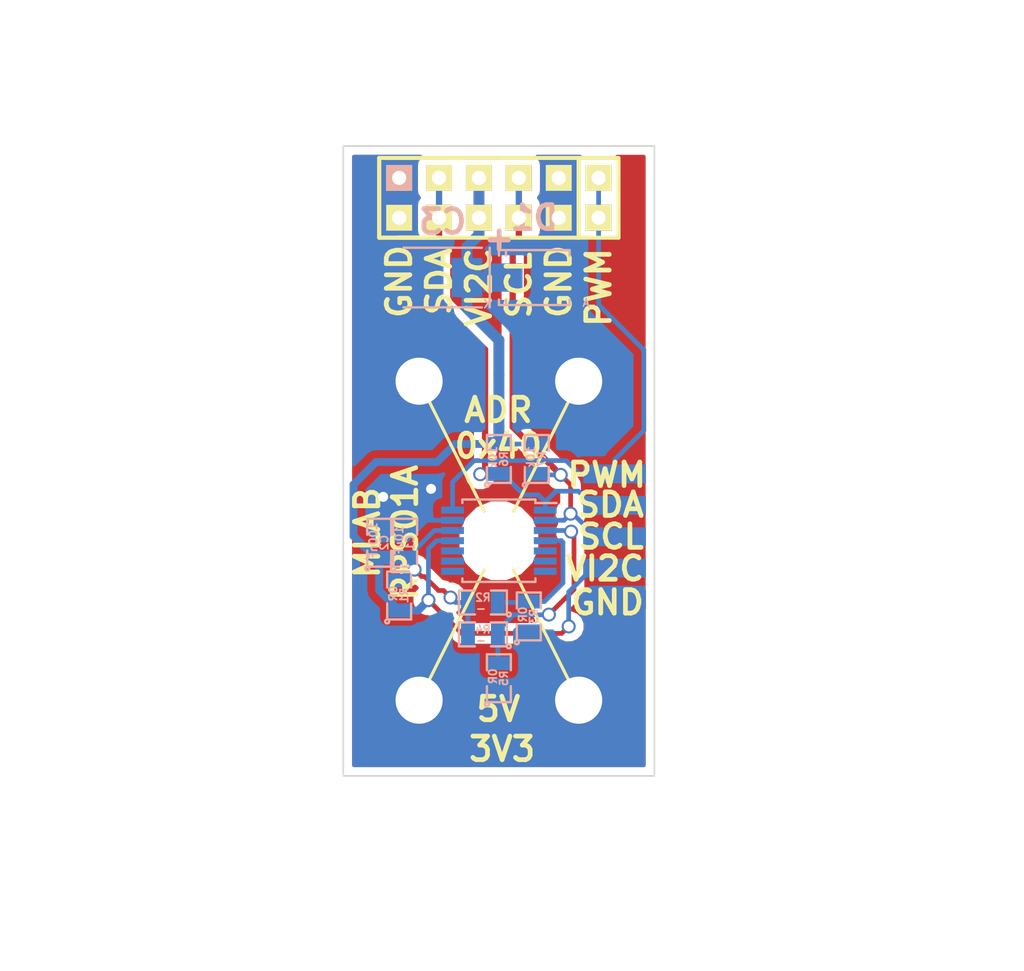
<source format=kicad_pcb>
(kicad_pcb (version 20170123) (host pcbnew "(2017-02-05 revision 431abcf)-makepkg")

  (general
    (links 43)
    (no_connects 0)
    (area 103.03 65.818 168.471429 130.365001)
    (thickness 1.6)
    (drawings 32)
    (tracks 134)
    (zones 0)
    (modules 19)
    (nets 9)
  )

  (page A4)
  (title_block
    (title "Rotational Position Sensor")
    (rev 01A)
    (company MLAB.cz)
  )

  (layers
    (0 F.Cu signal)
    (31 B.Cu signal)
    (32 B.Adhes user)
    (33 F.Adhes user)
    (34 B.Paste user)
    (35 F.Paste user)
    (36 B.SilkS user)
    (37 F.SilkS user)
    (38 B.Mask user)
    (39 F.Mask user)
    (40 Dwgs.User user)
    (41 Cmts.User user)
    (42 Eco1.User user)
    (43 Eco2.User user)
    (44 Edge.Cuts user)
    (45 Margin user)
    (46 B.CrtYd user)
    (47 F.CrtYd user)
    (48 B.Fab user)
    (49 F.Fab user)
  )

  (setup
    (last_trace_width 0.3)
    (user_trace_width 0.3)
    (user_trace_width 0.4)
    (user_trace_width 0.5)
    (user_trace_width 0.6)
    (user_trace_width 0.7)
    (trace_clearance 0.254)
    (zone_clearance 0.508)
    (zone_45_only no)
    (trace_min 0.254)
    (segment_width 0.2)
    (edge_width 0.1)
    (via_size 0.889)
    (via_drill 0.635)
    (via_min_size 0.889)
    (via_min_drill 0.508)
    (uvia_size 0.508)
    (uvia_drill 0.127)
    (uvias_allowed no)
    (uvia_min_size 0.508)
    (uvia_min_drill 0.127)
    (pcb_text_width 0.3)
    (pcb_text_size 1.5 1.5)
    (mod_edge_width 0.15)
    (mod_text_size 1 1)
    (mod_text_width 0.15)
    (pad_size 6 6)
    (pad_drill 6)
    (pad_to_mask_clearance 0.2)
    (solder_mask_min_width 0.2)
    (aux_axis_origin 0 0)
    (visible_elements 7FFFFF7F)
    (pcbplotparams
      (layerselection 0x010e0_ffffffff)
      (usegerberextensions false)
      (excludeedgelayer true)
      (linewidth 0.100000)
      (plotframeref false)
      (viasonmask false)
      (mode 1)
      (useauxorigin false)
      (hpglpennumber 1)
      (hpglpenspeed 20)
      (hpglpendiameter 15)
      (psnegative false)
      (psa4output false)
      (plotreference true)
      (plotvalue true)
      (plotinvisibletext false)
      (padsonsilk false)
      (subtractmaskfromsilk false)
      (outputformat 1)
      (mirror false)
      (drillshape 0)
      (scaleselection 1)
      (outputdirectory ../CAM_PROFI/))
  )

  (net 0 "")
  (net 1 GND)
  (net 2 VDD)
  (net 3 /SCL)
  (net 4 /SDA)
  (net 5 /PWM)
  (net 6 /A2)
  (net 7 /A1)
  (net 8 /VDD3V)

  (net_class Default "Toto je výchozí třída sítě."
    (clearance 0.254)
    (trace_width 0.3)
    (via_dia 0.889)
    (via_drill 0.635)
    (uvia_dia 0.508)
    (uvia_drill 0.127)
    (add_net /A1)
    (add_net /A2)
    (add_net /PWM)
    (add_net /SCL)
    (add_net /SDA)
    (add_net /VDD3V)
  )

  (net_class Power ""
    (clearance 0.254)
    (trace_width 0.5)
    (via_dia 0.889)
    (via_drill 0.635)
    (uvia_dia 0.508)
    (uvia_drill 0.127)
    (add_net GND)
    (add_net VDD)
  )

  (module Housings_SSOP:TSSOP-14_4.4x5mm_Pitch0.65mm (layer B.Cu) (tedit 55D1E9F8) (tstamp 55125207)
    (at 135.16 99.76 180)
    (descr "14-Lead Plastic Thin Shrink Small Outline (ST)-4.4 mm Body [TSSOP] (see Microchip Packaging Specification 00000049BS.pdf)")
    (tags "SSOP 0.65")
    (path /547DEEB9)
    (attr smd)
    (fp_text reference U1 (at 0 0 180) (layer B.SilkS)
      (effects (font (size 1 1) (thickness 0.15)) (justify mirror))
    )
    (fp_text value AS5048B (at -0.381 -0.127 270) (layer B.SilkS) hide
      (effects (font (size 1 1) (thickness 0.15)) (justify mirror))
    )
    (fp_line (start -3.95 2.8) (end -3.95 -2.8) (layer B.CrtYd) (width 0.05))
    (fp_line (start 3.95 2.8) (end 3.95 -2.8) (layer B.CrtYd) (width 0.05))
    (fp_line (start -3.95 2.8) (end 3.95 2.8) (layer B.CrtYd) (width 0.05))
    (fp_line (start -3.95 -2.8) (end 3.95 -2.8) (layer B.CrtYd) (width 0.05))
    (fp_line (start -2.325 2.625) (end -2.325 2.4) (layer B.SilkS) (width 0.15))
    (fp_line (start 2.325 2.625) (end 2.325 2.4) (layer B.SilkS) (width 0.15))
    (fp_line (start 2.325 -2.625) (end 2.325 -2.4) (layer B.SilkS) (width 0.15))
    (fp_line (start -2.325 -2.625) (end -2.325 -2.4) (layer B.SilkS) (width 0.15))
    (fp_line (start -2.325 2.625) (end 2.325 2.625) (layer B.SilkS) (width 0.15))
    (fp_line (start -2.325 -2.625) (end 2.325 -2.625) (layer B.SilkS) (width 0.15))
    (fp_line (start -2.325 2.4) (end -3.675 2.4) (layer B.SilkS) (width 0.15))
    (pad 1 smd rect (at -2.95 1.95 180) (size 1.45 0.45) (layers B.Cu B.Paste B.Mask)
      (net 4 /SDA))
    (pad 2 smd rect (at -2.95 1.3 180) (size 1.45 0.45) (layers B.Cu B.Paste B.Mask)
      (net 3 /SCL))
    (pad 3 smd rect (at -2.95 0.65 180) (size 1.45 0.45) (layers B.Cu B.Paste B.Mask)
      (net 6 /A2))
    (pad 4 smd rect (at -2.95 0 180) (size 1.45 0.45) (layers B.Cu B.Paste B.Mask)
      (net 7 /A1))
    (pad 5 smd rect (at -2.95 -0.65 180) (size 1.45 0.45) (layers B.Cu B.Paste B.Mask))
    (pad 6 smd rect (at -2.95 -1.3 180) (size 1.45 0.45) (layers B.Cu B.Paste B.Mask))
    (pad 7 smd rect (at -2.95 -1.95 180) (size 1.45 0.45) (layers B.Cu B.Paste B.Mask))
    (pad 8 smd rect (at 2.95 -1.95 180) (size 1.45 0.45) (layers B.Cu B.Paste B.Mask))
    (pad 9 smd rect (at 2.95 -1.3 180) (size 1.45 0.45) (layers B.Cu B.Paste B.Mask))
    (pad 10 smd rect (at 2.95 -0.65 180) (size 1.45 0.45) (layers B.Cu B.Paste B.Mask))
    (pad 11 smd rect (at 2.95 0 180) (size 1.45 0.45) (layers B.Cu B.Paste B.Mask)
      (net 2 VDD))
    (pad 12 smd rect (at 2.95 0.65 180) (size 1.45 0.45) (layers B.Cu B.Paste B.Mask)
      (net 8 /VDD3V))
    (pad 13 smd rect (at 2.95 1.3 180) (size 1.45 0.45) (layers B.Cu B.Paste B.Mask)
      (net 1 GND))
    (pad 14 smd rect (at 2.95 1.95 180) (size 1.45 0.45) (layers B.Cu B.Paste B.Mask)
      (net 5 /PWM))
    (pad "" np_thru_hole circle (at 0 0 180) (size 4 4) (drill 4) (layers *.Cu F.Mask))
    (model Housings_SSOP/TSSOP-14_4.4x5mm_Pitch0.65mm.wrl
      (at (xyz 0 0 0))
      (scale (xyz 1 1 1))
      (rotate (xyz 0 0 0))
    )
  )

  (module MLAB_R:SMD-0805 (layer B.Cu) (tedit 54799E0C) (tstamp 547EC927)
    (at 129.191 99.887 90)
    (path /547DF05B)
    (attr smd)
    (fp_text reference C1 (at 0 0.3175 90) (layer B.SilkS)
      (effects (font (size 0.50038 0.50038) (thickness 0.10922)) (justify mirror))
    )
    (fp_text value 10uF (at 0.127 -0.381 90) (layer B.SilkS)
      (effects (font (size 0.50038 0.50038) (thickness 0.10922)) (justify mirror))
    )
    (fp_circle (center -1.651 -0.762) (end -1.651 -0.635) (layer B.SilkS) (width 0.15))
    (fp_line (start -0.508 -0.762) (end -1.524 -0.762) (layer B.SilkS) (width 0.15))
    (fp_line (start -1.524 -0.762) (end -1.524 0.762) (layer B.SilkS) (width 0.15))
    (fp_line (start -1.524 0.762) (end -0.508 0.762) (layer B.SilkS) (width 0.15))
    (fp_line (start 0.508 0.762) (end 1.524 0.762) (layer B.SilkS) (width 0.15))
    (fp_line (start 1.524 0.762) (end 1.524 -0.762) (layer B.SilkS) (width 0.15))
    (fp_line (start 1.524 -0.762) (end 0.508 -0.762) (layer B.SilkS) (width 0.15))
    (pad 1 smd rect (at -0.9525 0 90) (size 0.889 1.397) (layers B.Cu B.Paste B.Mask)
      (net 8 /VDD3V))
    (pad 2 smd rect (at 0.9525 0 90) (size 0.889 1.397) (layers B.Cu B.Paste B.Mask)
      (net 1 GND))
    (model MLAB_3D/Resistors/chip_cms.wrl
      (at (xyz 0 0 0))
      (scale (xyz 0.1 0.1 0.1))
      (rotate (xyz 0 0 0))
    )
  )

  (module MLAB_R:SMD-0805 (layer B.Cu) (tedit 54799E0C) (tstamp 547EC934)
    (at 127.54 99.887 90)
    (path /547DEF58)
    (attr smd)
    (fp_text reference C2 (at 0 0.3175 90) (layer B.SilkS)
      (effects (font (size 0.50038 0.50038) (thickness 0.10922)) (justify mirror))
    )
    (fp_text value 100nF (at 0.127 -0.381 90) (layer B.SilkS)
      (effects (font (size 0.50038 0.50038) (thickness 0.10922)) (justify mirror))
    )
    (fp_circle (center -1.651 -0.762) (end -1.651 -0.635) (layer B.SilkS) (width 0.15))
    (fp_line (start -0.508 -0.762) (end -1.524 -0.762) (layer B.SilkS) (width 0.15))
    (fp_line (start -1.524 -0.762) (end -1.524 0.762) (layer B.SilkS) (width 0.15))
    (fp_line (start -1.524 0.762) (end -0.508 0.762) (layer B.SilkS) (width 0.15))
    (fp_line (start 0.508 0.762) (end 1.524 0.762) (layer B.SilkS) (width 0.15))
    (fp_line (start 1.524 0.762) (end 1.524 -0.762) (layer B.SilkS) (width 0.15))
    (fp_line (start 1.524 -0.762) (end 0.508 -0.762) (layer B.SilkS) (width 0.15))
    (pad 1 smd rect (at -0.9525 0 90) (size 0.889 1.397) (layers B.Cu B.Paste B.Mask)
      (net 2 VDD))
    (pad 2 smd rect (at 0.9525 0 90) (size 0.889 1.397) (layers B.Cu B.Paste B.Mask)
      (net 1 GND))
    (model MLAB_3D/Resistors/chip_cms.wrl
      (at (xyz 0 0 0))
      (scale (xyz 0.1 0.1 0.1))
      (rotate (xyz 0 0 0))
    )
  )

  (module Hrebinky:Pin_Header_Straight_2x05 placed (layer F.Cu) (tedit 55125659) (tstamp 547EC957)
    (at 133.89 77.916 180)
    (descr "1 pin")
    (tags "CONN DEV")
    (path /547DF2B1)
    (fp_text reference J1 (at 0 -3.81 180) (layer F.SilkS) hide
      (effects (font (size 1.27 1.27) (thickness 0.2032)))
    )
    (fp_text value JUMP_5X2 (at 1.27 0 180) (layer F.SilkS) hide
      (effects (font (size 1.27 1.27) (thickness 0.2032)))
    )
    (fp_line (start -3.81 -2.54) (end -2.54 -2.54) (layer F.SilkS) (width 0.254))
    (fp_line (start -6.35 -2.54) (end -3.81 -2.54) (layer F.SilkS) (width 0.254))
    (fp_line (start 6.35 2.54) (end 6.35 -2.54) (layer F.SilkS) (width 0.254))
    (fp_line (start 3.81 -2.54) (end 6.35 -2.54) (layer F.SilkS) (width 0.254))
    (fp_line (start 3.81 2.54) (end 6.35 2.54) (layer F.SilkS) (width 0.254))
    (fp_line (start 3.81 2.54) (end 6.35 2.54) (layer F.SilkS) (width 0.254))
    (fp_line (start 3.81 -2.54) (end 6.35 -2.54) (layer F.SilkS) (width 0.254))
    (fp_line (start 6.35 2.54) (end 6.35 -2.54) (layer F.SilkS) (width 0.254))
    (fp_line (start 2.54 -2.54) (end 5.08 -2.54) (layer F.SilkS) (width 0.254))
    (fp_line (start -1.27 2.54) (end 1.27 2.54) (layer F.SilkS) (width 0.254))
    (fp_line (start -1.27 2.54) (end 1.27 2.54) (layer F.SilkS) (width 0.254))
    (fp_line (start 2.54 -2.54) (end 5.08 -2.54) (layer F.SilkS) (width 0.254))
    (fp_line (start 2.54 -2.54) (end 5.08 -2.54) (layer F.SilkS) (width 0.254))
    (fp_line (start 1.27 2.54) (end 3.81 2.54) (layer F.SilkS) (width 0.254))
    (fp_line (start 1.27 2.54) (end 3.81 2.54) (layer F.SilkS) (width 0.254))
    (fp_line (start 2.54 -2.54) (end 5.08 -2.54) (layer F.SilkS) (width 0.254))
    (fp_line (start -6.35 2.54) (end 1.27 2.54) (layer F.SilkS) (width 0.254))
    (fp_line (start 5.08 -2.54) (end 0 -2.54) (layer F.SilkS) (width 0.254))
    (fp_line (start -6.35 2.54) (end -6.35 0) (layer F.SilkS) (width 0.254))
    (fp_line (start -6.35 -2.54) (end -6.35 0) (layer F.SilkS) (width 0.254))
    (fp_line (start 0 -2.54) (end -2.54 -2.54) (layer F.SilkS) (width 0.254))
    (pad 9 thru_hole rect (at -2.54 -1.27 180) (size 1.651 1.651) (drill 0.9) (layers *.Cu *.Mask F.SilkS)
      (net 3 /SCL))
    (pad 5 thru_hole rect (at 5.08 1.27 180) (size 1.651 1.651) (drill 0.9) (layers *.Cu *.SilkS *.Mask)
      (net 1 GND))
    (pad 3 thru_hole rect (at 0 1.27 180) (size 1.651 1.651) (drill 0.9) (layers *.Cu *.Mask F.SilkS)
      (net 2 VDD))
    (pad 6 thru_hole rect (at 5.08 -1.27 180) (size 1.651 1.651) (drill 0.9) (layers *.Cu *.Mask F.SilkS)
      (net 1 GND))
    (pad 1 thru_hole rect (at -5.08 1.27 180) (size 1.651 1.651) (drill 0.9) (layers *.Cu *.Mask F.SilkS)
      (net 1 GND))
    (pad 2 thru_hole rect (at -2.54 1.27 180) (size 1.651 1.651) (drill 0.9) (layers *.Cu *.Mask F.SilkS)
      (net 3 /SCL))
    (pad 4 thru_hole rect (at 2.54 1.27 180) (size 1.651 1.651) (drill 0.9) (layers *.Cu *.Mask F.SilkS)
      (net 4 /SDA))
    (pad 10 thru_hole rect (at -5.08 -1.27 180) (size 1.651 1.651) (drill 0.9) (layers *.Cu *.Mask F.SilkS)
      (net 1 GND))
    (pad 7 thru_hole rect (at 2.54 -1.27 180) (size 1.651 1.651) (drill 0.9) (layers *.Cu *.Mask F.SilkS)
      (net 4 /SDA))
    (pad 8 thru_hole rect (at 0 -1.27 180) (size 1.651 1.651) (drill 0.9) (layers *.Cu *.Mask F.SilkS)
      (net 2 VDD))
    (model Pin_Headers/Pin_Header_Straight_2x03.wrl
      (at (xyz 0 0 0))
      (scale (xyz 1 1 1))
      (rotate (xyz 0 0 0))
    )
    (model Pin_Headers/Pin_Header_Straight_2x05.wrl
      (at (xyz 0 0 0))
      (scale (xyz 1 1 1))
      (rotate (xyz 0 0 0))
    )
  )

  (module Hrebinky:Pin_Header_Straight_2x01 placed (layer F.Cu) (tedit 55125655) (tstamp 547EC961)
    (at 141.51 77.916)
    (descr "1 pin")
    (tags "CONN DEV")
    (path /547DF44F)
    (fp_text reference J2 (at 0 -3.81) (layer F.SilkS) hide
      (effects (font (size 1.27 1.27) (thickness 0.2032)))
    )
    (fp_text value JUMP_2x1 (at 0 0) (layer F.SilkS) hide
      (effects (font (size 1.27 1.27) (thickness 0.2032)))
    )
    (fp_line (start -1.27 -2.54) (end 1.27 -2.54) (layer F.SilkS) (width 0.254))
    (fp_line (start 1.27 -2.54) (end 1.27 2.54) (layer F.SilkS) (width 0.254))
    (fp_line (start 1.27 2.54) (end -1.27 2.54) (layer F.SilkS) (width 0.254))
    (fp_line (start -1.27 2.54) (end -1.27 -2.54) (layer F.SilkS) (width 0.254))
    (pad 2 thru_hole rect (at 0 1.27) (size 1.651 1.651) (drill 0.9) (layers *.Cu *.Mask F.SilkS)
      (net 5 /PWM))
    (pad 1 thru_hole rect (at 0 -1.27) (size 1.651 1.651) (drill 0.9) (layers *.Cu *.Mask F.SilkS)
      (net 5 /PWM))
    (model Pin_Headers/Pin_Header_Straight_2x01.wrl
      (at (xyz 0 0 0))
      (scale (xyz 1 1 1))
      (rotate (xyz 0 0 0))
    )
  )

  (module Dira:MountingHole_3mm placed (layer F.Cu) (tedit 55126217) (tstamp 547EC977)
    (at 130.08 109.92)
    (descr "Mounting hole, Befestigungsbohrung, 3mm, No Annular, Kein Restring,")
    (tags "Mounting hole, Befestigungsbohrung, 3mm, No Annular, Kein Restring,")
    (path /547E0CBD)
    (fp_text reference P1 (at 0.1778 -0.0762) (layer F.SilkS) hide
      (effects (font (thickness 0.3048)))
    )
    (fp_text value _ (at 1.00076 5.00126) (layer F.SilkS) hide
      (effects (font (thickness 0.3048)))
    )
    (fp_circle (center 0 0) (end 2.99974 0) (layer Cmts.User) (width 0.381))
    (pad 1 thru_hole circle (at 0 0) (size 6 6) (drill 3) (layers *.Cu *.Adhes *.Mask)
      (net 1 GND) (clearance 1) (zone_connect 2))
  )

  (module Dira:MountingHole_3mm placed (layer F.Cu) (tedit 5512621C) (tstamp 547EC97D)
    (at 140.24 109.92)
    (descr "Mounting hole, Befestigungsbohrung, 3mm, No Annular, Kein Restring,")
    (tags "Mounting hole, Befestigungsbohrung, 3mm, No Annular, Kein Restring,")
    (path /547E0EDE)
    (fp_text reference P2 (at 0.1778 -0.0762) (layer F.SilkS) hide
      (effects (font (thickness 0.3048)))
    )
    (fp_text value _ (at 1.00076 5.00126) (layer F.SilkS) hide
      (effects (font (thickness 0.3048)))
    )
    (fp_circle (center 0 0) (end 2.99974 0) (layer Cmts.User) (width 0.381))
    (pad 1 thru_hole circle (at 0 0) (size 6 6) (drill 3) (layers *.Cu *.Adhes *.Mask)
      (net 1 GND) (clearance 1) (zone_connect 2))
  )

  (module Dira:MountingHole_3mm placed (layer F.Cu) (tedit 55126201) (tstamp 547EC983)
    (at 140.24 89.6)
    (descr "Mounting hole, Befestigungsbohrung, 3mm, No Annular, Kein Restring,")
    (tags "Mounting hole, Befestigungsbohrung, 3mm, No Annular, Kein Restring,")
    (path /547E0F11)
    (fp_text reference P3 (at 0.1778 -0.0762) (layer F.SilkS) hide
      (effects (font (thickness 0.3048)))
    )
    (fp_text value _ (at 1.00076 5.00126) (layer F.SilkS) hide
      (effects (font (thickness 0.3048)))
    )
    (fp_circle (center 0 0) (end 2.99974 0) (layer Cmts.User) (width 0.381))
    (pad 1 thru_hole circle (at 0 0) (size 6 6) (drill 3) (layers *.Cu *.Adhes *.Mask)
      (net 1 GND) (clearance 1) (zone_connect 2))
  )

  (module Dira:MountingHole_3mm placed (layer F.Cu) (tedit 551261F5) (tstamp 547EC989)
    (at 130.08 89.6)
    (descr "Mounting hole, Befestigungsbohrung, 3mm, No Annular, Kein Restring,")
    (tags "Mounting hole, Befestigungsbohrung, 3mm, No Annular, Kein Restring,")
    (path /547E0F45)
    (fp_text reference P4 (at 0.1778 -0.0762) (layer F.SilkS) hide
      (effects (font (thickness 0.3048)))
    )
    (fp_text value _ (at 1.00076 5.00126) (layer F.SilkS) hide
      (effects (font (thickness 0.3048)))
    )
    (fp_circle (center 0 0) (end 2.99974 0) (layer Cmts.User) (width 0.381))
    (pad 1 thru_hole circle (at 0 0) (size 6 6) (drill 3) (layers *.Cu *.Adhes *.Mask)
      (net 1 GND) (clearance 1) (zone_connect 2))
  )

  (module MLAB_R:SMD-0805 (layer B.Cu) (tedit 54799E0C) (tstamp 547EC996)
    (at 128.81 103.2525 90)
    (path /547DF170)
    (attr smd)
    (fp_text reference R1 (at 0 0.3175 90) (layer B.SilkS)
      (effects (font (size 0.50038 0.50038) (thickness 0.10922)) (justify mirror))
    )
    (fp_text value 0R (at 0.127 -0.381 90) (layer B.SilkS)
      (effects (font (size 0.50038 0.50038) (thickness 0.10922)) (justify mirror))
    )
    (fp_circle (center -1.651 -0.762) (end -1.651 -0.635) (layer B.SilkS) (width 0.15))
    (fp_line (start -0.508 -0.762) (end -1.524 -0.762) (layer B.SilkS) (width 0.15))
    (fp_line (start -1.524 -0.762) (end -1.524 0.762) (layer B.SilkS) (width 0.15))
    (fp_line (start -1.524 0.762) (end -0.508 0.762) (layer B.SilkS) (width 0.15))
    (fp_line (start 0.508 0.762) (end 1.524 0.762) (layer B.SilkS) (width 0.15))
    (fp_line (start 1.524 0.762) (end 1.524 -0.762) (layer B.SilkS) (width 0.15))
    (fp_line (start 1.524 -0.762) (end 0.508 -0.762) (layer B.SilkS) (width 0.15))
    (pad 1 smd rect (at -0.9525 0 90) (size 0.889 1.397) (layers B.Cu B.Paste B.Mask)
      (net 2 VDD))
    (pad 2 smd rect (at 0.9525 0 90) (size 0.889 1.397) (layers B.Cu B.Paste B.Mask)
      (net 8 /VDD3V))
    (model MLAB_3D/Resistors/chip_cms.wrl
      (at (xyz 0 0 0))
      (scale (xyz 0.1 0.1 0.1))
      (rotate (xyz 0 0 0))
    )
  )

  (module MLAB_R:SMD-0805 (layer B.Cu) (tedit 54799E0C) (tstamp 547EC9A3)
    (at 134.144 103.697 180)
    (path /547DF9D0)
    (attr smd)
    (fp_text reference R2 (at 0 0.3175 180) (layer B.SilkS)
      (effects (font (size 0.50038 0.50038) (thickness 0.10922)) (justify mirror))
    )
    (fp_text value - (at 0.127 -0.381 180) (layer B.SilkS)
      (effects (font (size 0.50038 0.50038) (thickness 0.10922)) (justify mirror))
    )
    (fp_circle (center -1.651 -0.762) (end -1.651 -0.635) (layer B.SilkS) (width 0.15))
    (fp_line (start -0.508 -0.762) (end -1.524 -0.762) (layer B.SilkS) (width 0.15))
    (fp_line (start -1.524 -0.762) (end -1.524 0.762) (layer B.SilkS) (width 0.15))
    (fp_line (start -1.524 0.762) (end -0.508 0.762) (layer B.SilkS) (width 0.15))
    (fp_line (start 0.508 0.762) (end 1.524 0.762) (layer B.SilkS) (width 0.15))
    (fp_line (start 1.524 0.762) (end 1.524 -0.762) (layer B.SilkS) (width 0.15))
    (fp_line (start 1.524 -0.762) (end 0.508 -0.762) (layer B.SilkS) (width 0.15))
    (pad 1 smd rect (at -0.9525 0 180) (size 0.889 1.397) (layers B.Cu B.Paste B.Mask)
      (net 7 /A1))
    (pad 2 smd rect (at 0.9525 0 180) (size 0.889 1.397) (layers B.Cu B.Paste B.Mask)
      (net 8 /VDD3V))
    (model MLAB_3D/Resistors/chip_cms.wrl
      (at (xyz 0 0 0))
      (scale (xyz 0.1 0.1 0.1))
      (rotate (xyz 0 0 0))
    )
  )

  (module MLAB_R:SMD-0805 (layer B.Cu) (tedit 54799E0C) (tstamp 547EC9B0)
    (at 137.065 104.586 90)
    (path /547DF9FA)
    (attr smd)
    (fp_text reference R3 (at 0 0.3175 90) (layer B.SilkS)
      (effects (font (size 0.50038 0.50038) (thickness 0.10922)) (justify mirror))
    )
    (fp_text value 0R (at 0.127 -0.381 90) (layer B.SilkS)
      (effects (font (size 0.50038 0.50038) (thickness 0.10922)) (justify mirror))
    )
    (fp_circle (center -1.651 -0.762) (end -1.651 -0.635) (layer B.SilkS) (width 0.15))
    (fp_line (start -0.508 -0.762) (end -1.524 -0.762) (layer B.SilkS) (width 0.15))
    (fp_line (start -1.524 -0.762) (end -1.524 0.762) (layer B.SilkS) (width 0.15))
    (fp_line (start -1.524 0.762) (end -0.508 0.762) (layer B.SilkS) (width 0.15))
    (fp_line (start 0.508 0.762) (end 1.524 0.762) (layer B.SilkS) (width 0.15))
    (fp_line (start 1.524 0.762) (end 1.524 -0.762) (layer B.SilkS) (width 0.15))
    (fp_line (start 1.524 -0.762) (end 0.508 -0.762) (layer B.SilkS) (width 0.15))
    (pad 1 smd rect (at -0.9525 0 90) (size 0.889 1.397) (layers B.Cu B.Paste B.Mask)
      (net 1 GND))
    (pad 2 smd rect (at 0.9525 0 90) (size 0.889 1.397) (layers B.Cu B.Paste B.Mask)
      (net 7 /A1))
    (model MLAB_3D/Resistors/chip_cms.wrl
      (at (xyz 0 0 0))
      (scale (xyz 0.1 0.1 0.1))
      (rotate (xyz 0 0 0))
    )
  )

  (module MLAB_R:SMD-0805 (layer B.Cu) (tedit 54799E0C) (tstamp 547EC9BD)
    (at 134.144 105.729 180)
    (path /547DF710)
    (attr smd)
    (fp_text reference R4 (at 0 0.3175 180) (layer B.SilkS)
      (effects (font (size 0.50038 0.50038) (thickness 0.10922)) (justify mirror))
    )
    (fp_text value - (at 0.127 -0.381 180) (layer B.SilkS)
      (effects (font (size 0.50038 0.50038) (thickness 0.10922)) (justify mirror))
    )
    (fp_circle (center -1.651 -0.762) (end -1.651 -0.635) (layer B.SilkS) (width 0.15))
    (fp_line (start -0.508 -0.762) (end -1.524 -0.762) (layer B.SilkS) (width 0.15))
    (fp_line (start -1.524 -0.762) (end -1.524 0.762) (layer B.SilkS) (width 0.15))
    (fp_line (start -1.524 0.762) (end -0.508 0.762) (layer B.SilkS) (width 0.15))
    (fp_line (start 0.508 0.762) (end 1.524 0.762) (layer B.SilkS) (width 0.15))
    (fp_line (start 1.524 0.762) (end 1.524 -0.762) (layer B.SilkS) (width 0.15))
    (fp_line (start 1.524 -0.762) (end 0.508 -0.762) (layer B.SilkS) (width 0.15))
    (pad 1 smd rect (at -0.9525 0 180) (size 0.889 1.397) (layers B.Cu B.Paste B.Mask)
      (net 6 /A2))
    (pad 2 smd rect (at 0.9525 0 180) (size 0.889 1.397) (layers B.Cu B.Paste B.Mask)
      (net 8 /VDD3V))
    (model MLAB_3D/Resistors/chip_cms.wrl
      (at (xyz 0 0 0))
      (scale (xyz 0.1 0.1 0.1))
      (rotate (xyz 0 0 0))
    )
  )

  (module MLAB_R:SMD-0805 (layer B.Cu) (tedit 54799E0C) (tstamp 547EC9CA)
    (at 135.16 108.523 90)
    (path /547DFA35)
    (attr smd)
    (fp_text reference R5 (at 0 0.3175 90) (layer B.SilkS)
      (effects (font (size 0.50038 0.50038) (thickness 0.10922)) (justify mirror))
    )
    (fp_text value 0R (at 0.127 -0.381 90) (layer B.SilkS)
      (effects (font (size 0.50038 0.50038) (thickness 0.10922)) (justify mirror))
    )
    (fp_circle (center -1.651 -0.762) (end -1.651 -0.635) (layer B.SilkS) (width 0.15))
    (fp_line (start -0.508 -0.762) (end -1.524 -0.762) (layer B.SilkS) (width 0.15))
    (fp_line (start -1.524 -0.762) (end -1.524 0.762) (layer B.SilkS) (width 0.15))
    (fp_line (start -1.524 0.762) (end -0.508 0.762) (layer B.SilkS) (width 0.15))
    (fp_line (start 0.508 0.762) (end 1.524 0.762) (layer B.SilkS) (width 0.15))
    (fp_line (start 1.524 0.762) (end 1.524 -0.762) (layer B.SilkS) (width 0.15))
    (fp_line (start 1.524 -0.762) (end 0.508 -0.762) (layer B.SilkS) (width 0.15))
    (pad 1 smd rect (at -0.9525 0 90) (size 0.889 1.397) (layers B.Cu B.Paste B.Mask)
      (net 1 GND))
    (pad 2 smd rect (at 0.9525 0 90) (size 0.889 1.397) (layers B.Cu B.Paste B.Mask)
      (net 6 /A2))
    (model MLAB_3D/Resistors/chip_cms.wrl
      (at (xyz 0 0 0))
      (scale (xyz 0.1 0.1 0.1))
      (rotate (xyz 0 0 0))
    )
  )

  (module MLAB_R:SMD-0805 (layer B.Cu) (tedit 54799E0C) (tstamp 547ED178)
    (at 135.16 94.553 90)
    (path /547ED127)
    (attr smd)
    (fp_text reference R6 (at 0 0.3175 90) (layer B.SilkS)
      (effects (font (size 0.50038 0.50038) (thickness 0.10922)) (justify mirror))
    )
    (fp_text value 10k (at 0.127 -0.381 90) (layer B.SilkS)
      (effects (font (size 0.50038 0.50038) (thickness 0.10922)) (justify mirror))
    )
    (fp_circle (center -1.651 -0.762) (end -1.651 -0.635) (layer B.SilkS) (width 0.15))
    (fp_line (start -0.508 -0.762) (end -1.524 -0.762) (layer B.SilkS) (width 0.15))
    (fp_line (start -1.524 -0.762) (end -1.524 0.762) (layer B.SilkS) (width 0.15))
    (fp_line (start -1.524 0.762) (end -0.508 0.762) (layer B.SilkS) (width 0.15))
    (fp_line (start 0.508 0.762) (end 1.524 0.762) (layer B.SilkS) (width 0.15))
    (fp_line (start 1.524 0.762) (end 1.524 -0.762) (layer B.SilkS) (width 0.15))
    (fp_line (start 1.524 -0.762) (end 0.508 -0.762) (layer B.SilkS) (width 0.15))
    (pad 1 smd rect (at -0.9525 0 90) (size 0.889 1.397) (layers B.Cu B.Paste B.Mask)
      (net 4 /SDA))
    (pad 2 smd rect (at 0.9525 0 90) (size 0.889 1.397) (layers B.Cu B.Paste B.Mask)
      (net 2 VDD))
    (model MLAB_3D/Resistors/chip_cms.wrl
      (at (xyz 0 0 0))
      (scale (xyz 0.1 0.1 0.1))
      (rotate (xyz 0 0 0))
    )
  )

  (module MLAB_R:SMD-0805 (layer B.Cu) (tedit 54799E0C) (tstamp 547ED185)
    (at 137.573 94.553 90)
    (path /547ED1C7)
    (attr smd)
    (fp_text reference R7 (at 0 0.3175 90) (layer B.SilkS)
      (effects (font (size 0.50038 0.50038) (thickness 0.10922)) (justify mirror))
    )
    (fp_text value 10k (at 0.127 -0.381 90) (layer B.SilkS)
      (effects (font (size 0.50038 0.50038) (thickness 0.10922)) (justify mirror))
    )
    (fp_circle (center -1.651 -0.762) (end -1.651 -0.635) (layer B.SilkS) (width 0.15))
    (fp_line (start -0.508 -0.762) (end -1.524 -0.762) (layer B.SilkS) (width 0.15))
    (fp_line (start -1.524 -0.762) (end -1.524 0.762) (layer B.SilkS) (width 0.15))
    (fp_line (start -1.524 0.762) (end -0.508 0.762) (layer B.SilkS) (width 0.15))
    (fp_line (start 0.508 0.762) (end 1.524 0.762) (layer B.SilkS) (width 0.15))
    (fp_line (start 1.524 0.762) (end 1.524 -0.762) (layer B.SilkS) (width 0.15))
    (fp_line (start 1.524 -0.762) (end 0.508 -0.762) (layer B.SilkS) (width 0.15))
    (pad 1 smd rect (at -0.9525 0 90) (size 0.889 1.397) (layers B.Cu B.Paste B.Mask)
      (net 3 /SCL))
    (pad 2 smd rect (at 0.9525 0 90) (size 0.889 1.397) (layers B.Cu B.Paste B.Mask)
      (net 2 VDD))
    (model MLAB_3D/Resistors/chip_cms.wrl
      (at (xyz 0 0 0))
      (scale (xyz 0.1 0.1 0.1))
      (rotate (xyz 0 0 0))
    )
  )

  (module Hrebinky:SMD_JUMP1X5 (layer B.Cu) (tedit 5512564D) (tstamp 547ED707)
    (at 142.526 99.506 180)
    (path /547ED805)
    (fp_text reference J3 (at 14.859 3.81 180) (layer B.SilkS) hide
      (effects (font (size 1 1) (thickness 0.15)) (justify mirror))
    )
    (fp_text value JUMP_5X2 (at -0.127 6.477 180) (layer B.SilkS) hide
      (effects (font (size 1 1) (thickness 0.15)) (justify mirror))
    )
    (pad 1 smd rect (at 0 -4 180) (size 4 1.2) (layers B.Cu B.Paste B.Mask)
      (net 1 GND))
    (pad 2 smd rect (at 0 -2 180) (size 4 1.2) (layers B.Cu B.Paste B.Mask)
      (net 2 VDD))
    (pad 3 smd rect (at 0 0 180) (size 4 1.2) (layers B.Cu B.Paste B.Mask)
      (net 3 /SCL))
    (pad 4 smd rect (at 0 2 180) (size 4 1.2) (layers B.Cu B.Paste B.Mask)
      (net 4 /SDA))
    (pad 5 smd rect (at 0 4 180) (size 4 1.2) (layers B.Cu B.Paste B.Mask)
      (net 5 /PWM))
  )

  (module Mlab_C:TantalC_SizeB_Reflow (layer B.Cu) (tedit 54BBE393) (tstamp 55133735)
    (at 131.5786 82.996 180)
    (descr "Tantal Cap. , Size B, EIA-3528, Reflow,")
    (tags "Tantal Cap. , Size B, EIA-3528, Reflow,")
    (path /55133722)
    (attr smd)
    (fp_text reference C3 (at 0 3.556 180) (layer B.SilkS)
      (effects (font (thickness 0.3048)) (justify mirror))
    )
    (fp_text value 10uF (at 0 -3.556 180) (layer B.SilkS) hide
      (effects (font (thickness 0.3048)) (justify mirror))
    )
    (fp_text user + (at -3.59918 2.49936 180) (layer B.SilkS)
      (effects (font (thickness 0.3048)) (justify mirror))
    )
    (fp_line (start -2.99974 1.89992) (end -2.99974 -1.89992) (layer B.SilkS) (width 0.15))
    (fp_line (start 2.49936 1.89992) (end -2.49936 1.89992) (layer B.SilkS) (width 0.15))
    (fp_line (start 2.49682 -1.89992) (end -2.5019 -1.89992) (layer B.SilkS) (width 0.15))
    (fp_line (start -3.60172 3.00228) (end -3.60172 1.90246) (layer B.SilkS) (width 0.15))
    (fp_line (start -4.20116 2.5019) (end -3.00228 2.5019) (layer B.SilkS) (width 0.15))
    (pad 2 smd rect (at 1.5494 0 180) (size 1.95072 2.49936) (layers B.Cu B.Paste B.Mask)
      (net 1 GND))
    (pad 1 smd rect (at -1.5494 0 180) (size 1.95072 2.49936) (layers B.Cu B.Paste B.Mask)
      (net 2 VDD))
    (model MLAB_3D/Capacitors/c_tant_B.wrl
      (at (xyz 0 0 0))
      (scale (xyz 1 1 1))
      (rotate (xyz 0 0 0))
    )
  )

  (module Mlab_D:SMA_Standard (layer B.Cu) (tedit 54BBE0AF) (tstamp 55133746)
    (at 137.41298 82.996 180)
    (descr "Diode SMA")
    (tags "Diode SMA")
    (path /551338EE)
    (attr smd)
    (fp_text reference D1 (at 0 3.81 180) (layer B.SilkS)
      (effects (font (thickness 0.3048)) (justify mirror))
    )
    (fp_text value M4 (at 0 -3.81 180) (layer B.SilkS) hide
      (effects (font (thickness 0.3048)) (justify mirror))
    )
    (fp_text user A (at -3.29946 -1.6002 180) (layer B.SilkS)
      (effects (font (size 0.50038 0.50038) (thickness 0.09906)) (justify mirror))
    )
    (fp_text user K (at 2.99974 -1.69926 180) (layer B.SilkS)
      (effects (font (size 0.50038 0.50038) (thickness 0.09906)) (justify mirror))
    )
    (fp_circle (center 0 0) (end 0.20066 0.0508) (layer B.Adhes) (width 0.381))
    (fp_line (start 1.80086 -1.75006) (end 1.80086 -1.39954) (layer B.SilkS) (width 0.15))
    (fp_line (start 1.80086 1.75006) (end 1.80086 1.39954) (layer B.SilkS) (width 0.15))
    (fp_line (start 2.25044 -1.75006) (end 2.25044 -1.39954) (layer B.SilkS) (width 0.15))
    (fp_line (start -2.25044 -1.75006) (end -2.25044 -1.39954) (layer B.SilkS) (width 0.15))
    (fp_line (start -2.25044 1.75006) (end -2.25044 1.39954) (layer B.SilkS) (width 0.15))
    (fp_line (start 2.25044 1.75006) (end 2.25044 1.39954) (layer B.SilkS) (width 0.15))
    (fp_line (start -2.25044 -1.75006) (end 2.25044 -1.75006) (layer B.SilkS) (width 0.15))
    (fp_line (start -2.25044 1.75006) (end 2.25044 1.75006) (layer B.SilkS) (width 0.15))
    (pad 1 smd rect (at -1.99898 0 180) (size 2.49936 1.80086) (layers B.Cu B.Paste B.Mask)
      (net 1 GND))
    (pad 2 smd rect (at 1.99898 0 180) (size 2.49936 1.80086) (layers B.Cu B.Paste B.Mask)
      (net 2 VDD))
    (model MLAB_3D/Diodes/SMA.wrl
      (at (xyz 0 0 0))
      (scale (xyz 0.3937 0.3937 0.3937))
      (rotate (xyz 0 0 0))
    )
  )

  (gr_text ADR (at 135.128 91.44) (layer F.SilkS)
    (effects (font (size 1.5 1.5) (thickness 0.3)))
  )
  (gr_text 0x40 (at 135.128 93.726) (layer F.SilkS)
    (effects (font (size 1.5 1.5) (thickness 0.3)))
  )
  (gr_text 5V (at 135.128 110.49) (layer F.SilkS)
    (effects (font (size 1.5 1.5) (thickness 0.3)))
  )
  (gr_text 3V3 (at 133.096 113.03) (layer F.SilkS)
    (effects (font (size 1.5 1.5) (thickness 0.3)) (justify left))
  )
  (gr_text "4 x Hole for M3 screw.\nD = 3.2mm " (at 155 120) (layer Dwgs.User)
    (effects (font (size 1.5 1.5) (thickness 0.3)))
  )
  (dimension 10.16 (width 0.3) (layer Dwgs.User)
    (gr_text "10,160 mm" (at 137.7 128.97) (layer Dwgs.User) (tstamp 58D1655A)
      (effects (font (size 1.5 1.5) (thickness 0.3)))
    )
    (feature1 (pts (xy 140.24 109.92) (xy 140.24 129.13)))
    (feature2 (pts (xy 130.08 109.92) (xy 130.08 129.13)))
    (crossbar (pts (xy 130.08 126.43) (xy 140.24 126.43)))
    (arrow1a (pts (xy 140.24 126.43) (xy 139.113496 127.016421)))
    (arrow1b (pts (xy 140.24 126.43) (xy 139.113496 125.843579)))
    (arrow2a (pts (xy 130.08 126.43) (xy 131.206504 127.016421)))
    (arrow2b (pts (xy 130.08 126.43) (xy 131.206504 125.843579)))
  )
  (dimension 20.32 (width 0.3) (layer Dwgs.User)
    (gr_text "20,320 mm" (at 109.68 99.76 90) (layer Dwgs.User) (tstamp 58D1655B)
      (effects (font (size 1.5 1.5) (thickness 0.3)))
    )
    (feature1 (pts (xy 130.08 89.6) (xy 108.33 89.6)))
    (feature2 (pts (xy 130.08 109.92) (xy 108.33 109.92)))
    (crossbar (pts (xy 111.03 109.92) (xy 111.03 89.6)))
    (arrow1a (pts (xy 111.03 89.6) (xy 111.616421 90.726504)))
    (arrow1b (pts (xy 111.03 89.6) (xy 110.443579 90.726504)))
    (arrow2a (pts (xy 111.03 109.92) (xy 111.616421 108.793496)))
    (arrow2b (pts (xy 111.03 109.92) (xy 110.443579 108.793496)))
  )
  (dimension 10.16 (width 0.3) (layer Dwgs.User)
    (gr_text "10,160 mm" (at 117.38 102.3 90) (layer Dwgs.User) (tstamp 58D1655C)
      (effects (font (size 1.5 1.5) (thickness 0.3)))
    )
    (feature1 (pts (xy 130.08 99.76) (xy 118.49 99.76)))
    (feature2 (pts (xy 130.08 109.92) (xy 118.49 109.92)))
    (crossbar (pts (xy 121.19 109.92) (xy 121.19 99.76)))
    (arrow1a (pts (xy 121.19 99.76) (xy 121.776421 100.886504)))
    (arrow1b (pts (xy 121.19 99.76) (xy 120.603579 100.886504)))
    (arrow2a (pts (xy 121.19 109.92) (xy 121.776421 108.793496)))
    (arrow2b (pts (xy 121.19 109.92) (xy 120.603579 108.793496)))
  )
  (dimension 5.08 (width 0.3) (layer Dwgs.User)
    (gr_text "5,08 mm" (at 135.16 121.35) (layer Dwgs.User) (tstamp 58D1655D)
      (effects (font (size 1.5 1.5) (thickness 0.3)))
    )
    (feature1 (pts (xy 135.16 109.92) (xy 135.16 120.24)))
    (feature2 (pts (xy 130.08 109.92) (xy 130.08 120.24)))
    (crossbar (pts (xy 130.08 117.54) (xy 135.16 117.54)))
    (arrow1a (pts (xy 135.16 117.54) (xy 134.033496 118.126421)))
    (arrow1b (pts (xy 135.16 117.54) (xy 134.033496 116.953579)))
    (arrow2a (pts (xy 130.08 117.54) (xy 131.206504 118.126421)))
    (arrow2b (pts (xy 130.08 117.54) (xy 131.206504 116.953579)))
  )
  (dimension 19.812 (width 0.3) (layer Dwgs.User)
    (gr_text "19,812 mm" (at 135.16 67.168) (layer Dwgs.User) (tstamp 58D1655E)
      (effects (font (size 1.5 1.5) (thickness 0.3)))
    )
    (feature1 (pts (xy 145.066 74.614) (xy 145.066 65.818)))
    (feature2 (pts (xy 125.254 74.614) (xy 125.254 65.818)))
    (crossbar (pts (xy 125.254 68.518) (xy 145.066 68.518)))
    (arrow1a (pts (xy 145.066 68.518) (xy 143.939496 69.104421)))
    (arrow1b (pts (xy 145.066 68.518) (xy 143.939496 67.931579)))
    (arrow2a (pts (xy 125.254 68.518) (xy 126.380504 69.104421)))
    (arrow2b (pts (xy 125.254 68.518) (xy 126.380504 67.931579)))
  )
  (dimension 40.132 (width 0.3) (layer Dwgs.User)
    (gr_text "40,132 mm" (at 153.6804 94.68 90) (layer Dwgs.User) (tstamp 58D1655F)
      (effects (font (size 1.5 1.5) (thickness 0.3)))
    )
    (feature1 (pts (xy 145.066 74.614) (xy 155.0304 74.614)))
    (feature2 (pts (xy 145.066 114.746) (xy 155.0304 114.746)))
    (crossbar (pts (xy 152.3304 114.746) (xy 152.3304 74.614)))
    (arrow1a (pts (xy 152.3304 74.614) (xy 152.916821 75.740504)))
    (arrow1b (pts (xy 152.3304 74.614) (xy 151.743979 75.740504)))
    (arrow2a (pts (xy 152.3304 114.746) (xy 152.916821 113.619496)))
    (arrow2b (pts (xy 152.3304 114.746) (xy 151.743979 113.619496)))
  )
  (gr_text GND (at 138.97 83.25 90) (layer F.SilkS)
    (effects (font (size 1.5 1.5) (thickness 0.3)))
  )
  (gr_text GND (at 128.81 83.25 90) (layer F.SilkS)
    (effects (font (size 1.5 1.5) (thickness 0.3)))
  )
  (dimension 40.132 (width 0.3) (layer Dwgs.User)
    (gr_text "1,5800 v" (at 148.702 94.68 90) (layer Dwgs.User) (tstamp 58D16560)
      (effects (font (size 1.5 1.5) (thickness 0.3)))
    )
    (feature1 (pts (xy 145.066 74.614) (xy 150.052 74.614)))
    (feature2 (pts (xy 145.066 114.746) (xy 150.052 114.746)))
    (crossbar (pts (xy 147.352 114.746) (xy 147.352 74.614)))
    (arrow1a (pts (xy 147.352 74.614) (xy 147.938421 75.740504)))
    (arrow1b (pts (xy 147.352 74.614) (xy 146.765579 75.740504)))
    (arrow2a (pts (xy 147.352 114.746) (xy 147.938421 113.619496)))
    (arrow2b (pts (xy 147.352 114.746) (xy 146.765579 113.619496)))
  )
  (dimension 19.812 (width 0.3) (layer Dwgs.User)
    (gr_text "0,7800 v" (at 135.16 71.486) (layer Dwgs.User) (tstamp 58D16561)
      (effects (font (size 1.5 1.5) (thickness 0.3)))
    )
    (feature1 (pts (xy 145.066 74.614) (xy 145.066 70.136)))
    (feature2 (pts (xy 125.254 74.614) (xy 125.254 70.136)))
    (crossbar (pts (xy 125.254 72.836) (xy 145.066 72.836)))
    (arrow1a (pts (xy 145.066 72.836) (xy 143.939496 73.422421)))
    (arrow1b (pts (xy 145.066 72.836) (xy 143.939496 72.249579)))
    (arrow2a (pts (xy 125.254 72.836) (xy 126.380504 73.422421)))
    (arrow2b (pts (xy 125.254 72.836) (xy 126.380504 72.249579)))
  )
  (gr_text RPS01A (at 129.191 99.252 90) (layer F.SilkS)
    (effects (font (size 1.5 1.5) (thickness 0.3)))
  )
  (gr_text MLAB (at 126.778 99.252 90) (layer F.SilkS)
    (effects (font (size 1.5 1.5) (thickness 0.3)))
  )
  (gr_text PWM (at 141.51 80.964 90) (layer F.SilkS)
    (effects (font (size 1.5 1.5) (thickness 0.3)) (justify right))
  )
  (gr_text SDA (at 131.35 83.25 90) (layer F.SilkS)
    (effects (font (size 1.5 1.5) (thickness 0.3)))
  )
  (gr_text SCL (at 136.43 81.218 90) (layer F.SilkS)
    (effects (font (size 1.5 1.5) (thickness 0.3)) (justify right))
  )
  (gr_text VI2C (at 133.89 80.964 90) (layer F.SilkS)
    (effects (font (size 1.5 1.5) (thickness 0.3)) (justify right))
  )
  (gr_text GND (at 144.558 103.697) (layer F.SilkS)
    (effects (font (size 1.5 1.5) (thickness 0.3)) (justify right))
  )
  (gr_text VI2C (at 144.558 101.538) (layer F.SilkS) (tstamp 55126553)
    (effects (font (size 1.5 1.5) (thickness 0.3)) (justify right))
  )
  (gr_text SCL (at 144.558 99.506) (layer F.SilkS) (tstamp 55126569)
    (effects (font (size 1.5 1.5) (thickness 0.3)) (justify right))
  )
  (gr_text SDA (at 144.558 97.474) (layer F.SilkS)
    (effects (font (size 1.5 1.5) (thickness 0.3)) (justify right))
  )
  (gr_text PWM (at 144.685 95.569) (layer F.SilkS) (tstamp 55126350)
    (effects (font (size 1.5 1.5) (thickness 0.3)) (justify right))
  )
  (gr_line (start 130.08 109.92) (end 140.24 89.6) (layer F.SilkS) (width 0.2))
  (gr_line (start 140.113 109.666) (end 130.08 89.6) (layer F.SilkS) (width 0.2))
  (gr_line (start 125.256 114.744) (end 125.256 74.616) (angle 90) (layer Edge.Cuts) (width 0.1))
  (gr_line (start 125.256 74.616) (end 145.064 74.616) (angle 90) (layer Edge.Cuts) (width 0.1))
  (gr_line (start 145.064 74.616) (end 145.064 114.744) (angle 90) (layer Edge.Cuts) (width 0.1))
  (gr_line (start 125.256 114.744) (end 145.064 114.744) (angle 90) (layer Edge.Cuts) (width 0.1))

  (segment (start 130.397501 96.902509) (end 130.842 96.45801) (width 0.3) (layer B.Cu) (net 1))
  (segment (start 129.191 98.10901) (end 130.397501 96.902509) (width 0.3) (layer B.Cu) (net 1))
  (segment (start 129.191 98.19) (end 129.191 98.10901) (width 0.3) (layer B.Cu) (net 1))
  (via (at 130.842 96.45801) (size 0.889) (drill 0.635) (layers F.Cu B.Cu) (net 1))
  (segment (start 129.191 98.9345) (end 129.191 98.19) (width 0.3) (layer B.Cu) (net 1))
  (segment (start 127.967 96.966) (end 127.793996 96.966) (width 0.3) (layer B.Cu) (net 1))
  (segment (start 129.191 98.19) (end 127.967 96.966) (width 0.3) (layer B.Cu) (net 1))
  (via (at 127.793996 96.966) (size 0.889) (drill 0.635) (layers F.Cu B.Cu) (net 1))
  (segment (start 132.21 98.46) (end 129.6655 98.46) (width 0.3) (layer B.Cu) (net 1))
  (segment (start 129.6655 98.46) (end 129.191 98.9345) (width 0.3) (layer B.Cu) (net 1))
  (segment (start 129.318 99.0615) (end 129.191 98.9345) (width 0.254) (layer B.Cu) (net 1))
  (segment (start 128.81 104.205) (end 130.0165 104.205) (width 0.5) (layer B.Cu) (net 2))
  (segment (start 130.0165 104.205) (end 130.67451 103.54699) (width 0.5) (layer B.Cu) (net 2))
  (segment (start 127.54 100.8395) (end 127.54 102.935) (width 0.5) (layer B.Cu) (net 2))
  (segment (start 127.54 102.935) (end 128.81 104.205) (width 0.5) (layer B.Cu) (net 2))
  (segment (start 127.338719 94.747499) (end 125.905499 96.180719) (width 0.5) (layer B.Cu) (net 2))
  (segment (start 125.905499 96.180719) (end 125.905499 99.458999) (width 0.5) (layer B.Cu) (net 2))
  (segment (start 125.905499 99.458999) (end 127.286 100.8395) (width 0.5) (layer B.Cu) (net 2))
  (segment (start 127.286 100.8395) (end 127.54 100.8395) (width 0.5) (layer B.Cu) (net 2))
  (segment (start 135.16 93.6005) (end 132.369502 93.6005) (width 0.5) (layer B.Cu) (net 2))
  (segment (start 132.369502 93.6005) (end 131.222503 94.747499) (width 0.5) (layer B.Cu) (net 2))
  (segment (start 131.222503 94.747499) (end 127.338719 94.747499) (width 0.5) (layer B.Cu) (net 2))
  (segment (start 135.16 92.456) (end 135.16 93.6005) (width 0.7) (layer B.Cu) (net 2))
  (segment (start 133.89 76.646) (end 133.89 79.186) (width 0.7) (layer B.Cu) (net 2))
  (segment (start 137.573 93.6005) (end 135.16 93.6005) (width 0.3) (layer B.Cu) (net 2))
  (segment (start 139.605 105.221) (end 139.160501 105.665499) (width 0.3) (layer F.Cu) (net 2))
  (segment (start 139.160501 105.665499) (end 132.793019 105.665499) (width 0.3) (layer F.Cu) (net 2))
  (via (at 130.67451 103.54699) (size 0.889) (drill 0.635) (layers F.Cu B.Cu) (net 2))
  (segment (start 132.793019 105.665499) (end 130.67451 103.54699) (width 0.3) (layer F.Cu) (net 2))
  (segment (start 141.126 101.506) (end 139.605 103.027) (width 0.3) (layer B.Cu) (net 2))
  (segment (start 139.605 103.027) (end 139.605 105.221) (width 0.3) (layer B.Cu) (net 2))
  (via (at 139.605 105.221) (size 0.889) (drill 0.635) (layers F.Cu B.Cu) (net 2))
  (segment (start 132.21 99.76) (end 131.185 99.76) (width 0.3) (layer B.Cu) (net 2))
  (segment (start 131.185 99.76) (end 130.67451 100.27049) (width 0.3) (layer B.Cu) (net 2))
  (segment (start 130.67451 100.27049) (end 130.67451 103.54699) (width 0.3) (layer B.Cu) (net 2))
  (segment (start 142.526 101.506) (end 141.126 101.506) (width 0.3) (layer B.Cu) (net 2))
  (segment (start 133.128 82.996) (end 135.414 82.996) (width 0.7) (layer B.Cu) (net 2))
  (segment (start 135.16 86.97768) (end 135.16 89.216193) (width 0.7) (layer B.Cu) (net 2))
  (segment (start 133.128 82.996) (end 133.128 84.94568) (width 0.7) (layer B.Cu) (net 2))
  (segment (start 133.128 84.94568) (end 135.16 86.97768) (width 0.7) (layer B.Cu) (net 2))
  (segment (start 135.16 89.216193) (end 135.16 92.456) (width 0.7) (layer B.Cu) (net 2))
  (segment (start 133.89 80.28432) (end 133.89 80.084925) (width 0.7) (layer B.Cu) (net 2))
  (segment (start 133.128 81.04632) (end 133.89 80.28432) (width 0.7) (layer B.Cu) (net 2))
  (segment (start 133.128 82.996) (end 133.128 81.04632) (width 0.7) (layer B.Cu) (net 2))
  (segment (start 133.89 79.186) (end 133.89 80.084925) (width 0.7) (layer B.Cu) (net 2))
  (segment (start 137.192 95.5055) (end 136.938 95.5055) (width 0.254) (layer B.Cu) (net 3))
  (segment (start 139.726668 98.037617) (end 139.870575 98.037617) (width 0.3) (layer B.Cu) (net 3))
  (segment (start 139.870575 98.037617) (end 141.338958 99.506) (width 0.3) (layer B.Cu) (net 3))
  (segment (start 141.338958 99.506) (end 142.526 99.506) (width 0.3) (layer B.Cu) (net 3))
  (segment (start 139.726668 98.037617) (end 139.726668 96.198668) (width 0.3) (layer F.Cu) (net 3))
  (segment (start 139.726668 96.198668) (end 139.097 95.569) (width 0.3) (layer F.Cu) (net 3))
  (segment (start 139.304285 98.46) (end 139.726668 98.037617) (width 0.3) (layer B.Cu) (net 3))
  (via (at 139.726668 98.037617) (size 0.889) (drill 0.635) (layers F.Cu B.Cu) (net 3))
  (segment (start 138.11 98.46) (end 139.304285 98.46) (width 0.3) (layer B.Cu) (net 3))
  (segment (start 139.097 95.569) (end 137.6365 95.569) (width 0.3) (layer B.Cu) (net 3))
  (segment (start 137.6365 95.569) (end 137.573 95.5055) (width 0.3) (layer B.Cu) (net 3))
  (via (at 139.097 95.569) (size 0.889) (drill 0.635) (layers F.Cu B.Cu) (net 3))
  (segment (start 138.652501 95.124501) (end 139.097 95.569) (width 0.4) (layer F.Cu) (net 3))
  (segment (start 136.039999 92.511999) (end 138.652501 95.124501) (width 0.4) (layer F.Cu) (net 3))
  (segment (start 136.039999 80.801501) (end 136.039999 92.511999) (width 0.4) (layer F.Cu) (net 3))
  (segment (start 136.43 80.4115) (end 136.039999 80.801501) (width 0.4) (layer F.Cu) (net 3))
  (segment (start 136.43 79.186) (end 136.43 80.4115) (width 0.4) (layer F.Cu) (net 3))
  (segment (start 136.43 79.186) (end 136.43 76.646) (width 0.4) (layer B.Cu) (net 3))
  (segment (start 138.11 97.81) (end 138.11 97.285) (width 0.3) (layer B.Cu) (net 4))
  (segment (start 138.11 97.285) (end 138.789 96.606) (width 0.3) (layer B.Cu) (net 4))
  (segment (start 138.789 96.606) (end 140.226 96.606) (width 0.3) (layer B.Cu) (net 4))
  (segment (start 141.126 97.506) (end 142.526 97.506) (width 0.3) (layer B.Cu) (net 4))
  (segment (start 140.226 96.606) (end 141.126 97.506) (width 0.3) (layer B.Cu) (net 4))
  (segment (start 137.664 96.839) (end 136.7475 96.839) (width 0.3) (layer B.Cu) (net 4))
  (segment (start 136.7475 96.839) (end 135.414 95.5055) (width 0.3) (layer B.Cu) (net 4))
  (segment (start 135.414 95.5055) (end 135.16 95.5055) (width 0.3) (layer B.Cu) (net 4))
  (segment (start 138.11 97.285) (end 137.664 96.839) (width 0.3) (layer B.Cu) (net 4))
  (segment (start 142.222 97.81) (end 142.526 97.506) (width 0.3) (layer B.Cu) (net 4))
  (segment (start 134.280001 95.216145) (end 133.972073 95.524073) (width 0.4) (layer F.Cu) (net 4))
  (segment (start 134.280001 87.583999) (end 134.280001 95.216145) (width 0.4) (layer F.Cu) (net 4))
  (via (at 133.972073 95.524073) (size 0.889) (drill 0.635) (layers F.Cu B.Cu) (net 4))
  (segment (start 135.141427 95.524073) (end 135.16 95.5055) (width 0.4) (layer B.Cu) (net 4))
  (segment (start 133.972073 95.524073) (end 135.141427 95.524073) (width 0.4) (layer B.Cu) (net 4))
  (segment (start 131.35 84.653998) (end 134.280001 87.583999) (width 0.4) (layer F.Cu) (net 4))
  (segment (start 131.35 79.186) (end 131.35 84.653998) (width 0.4) (layer F.Cu) (net 4))
  (segment (start 131.35 79.186) (end 131.35 76.646) (width 0.4) (layer B.Cu) (net 4))
  (segment (start 142.526 95.506) (end 140.289782 95.506) (width 0.3) (layer B.Cu) (net 5))
  (segment (start 140.289782 95.506) (end 139.440781 94.656999) (width 0.3) (layer B.Cu) (net 5))
  (segment (start 139.440781 94.656999) (end 133.583365 94.656999) (width 0.3) (layer B.Cu) (net 5))
  (segment (start 132.21 96.030364) (end 132.21 97.285) (width 0.3) (layer B.Cu) (net 5))
  (segment (start 133.583365 94.656999) (end 132.21 96.030364) (width 0.3) (layer B.Cu) (net 5))
  (segment (start 132.21 97.285) (end 132.21 97.81) (width 0.3) (layer B.Cu) (net 5))
  (segment (start 141.51 79.186) (end 141.51 84.727998) (width 0.3) (layer B.Cu) (net 5))
  (segment (start 144.390001 92.741999) (end 142.526 94.606) (width 0.3) (layer B.Cu) (net 5))
  (segment (start 141.51 84.727998) (end 144.390001 87.607999) (width 0.3) (layer B.Cu) (net 5))
  (segment (start 144.390001 87.607999) (end 144.390001 92.741999) (width 0.3) (layer B.Cu) (net 5))
  (segment (start 142.526 94.606) (end 142.526 95.506) (width 0.3) (layer B.Cu) (net 5))
  (segment (start 141.51 79.186) (end 141.51 76.646) (width 0.3) (layer B.Cu) (net 5))
  (segment (start 139.943502 100.491488) (end 139.943502 99.366326) (width 0.3) (layer F.Cu) (net 6))
  (segment (start 138.344689 104.465459) (end 139.943502 102.866646) (width 0.3) (layer F.Cu) (net 6))
  (segment (start 139.943502 102.866646) (end 139.943502 100.491488) (width 0.3) (layer F.Cu) (net 6))
  (segment (start 139.687176 99.11) (end 138.11 99.11) (width 0.3) (layer B.Cu) (net 6))
  (via (at 139.757382 99.180206) (size 0.889) (drill 0.635) (layers F.Cu B.Cu) (net 6))
  (segment (start 139.943502 99.366326) (end 139.757382 99.180206) (width 0.3) (layer F.Cu) (net 6))
  (segment (start 139.757382 99.180206) (end 139.687176 99.11) (width 0.3) (layer B.Cu) (net 6))
  (segment (start 135.0965 105.729) (end 135.0965 107.507) (width 0.3) (layer B.Cu) (net 6))
  (segment (start 135.0965 107.507) (end 135.16 107.5705) (width 0.3) (layer B.Cu) (net 6))
  (segment (start 138.130999 99.130999) (end 138.11 99.11) (width 0.3) (layer B.Cu) (net 6))
  (segment (start 136.089499 104.482001) (end 138.328147 104.482001) (width 0.3) (layer B.Cu) (net 6))
  (segment (start 138.328147 104.482001) (end 138.344689 104.465459) (width 0.3) (layer B.Cu) (net 6))
  (via (at 138.344689 104.465459) (size 0.889) (drill 0.635) (layers F.Cu B.Cu) (net 6))
  (segment (start 135.0965 105.729) (end 135.0965 105.475) (width 0.3) (layer B.Cu) (net 6))
  (segment (start 135.0965 105.475) (end 136.089499 104.482001) (width 0.3) (layer B.Cu) (net 6))
  (segment (start 138.130999 99.089001) (end 138.11 99.11) (width 0.3) (layer B.Cu) (net 6))
  (segment (start 139.137202 99.76) (end 139.135 99.76) (width 0.3) (layer B.Cu) (net 7))
  (segment (start 139.239001 99.861799) (end 139.137202 99.76) (width 0.3) (layer B.Cu) (net 7))
  (segment (start 139.239001 102.457999) (end 139.239001 99.861799) (width 0.3) (layer B.Cu) (net 7))
  (segment (start 138.0635 103.6335) (end 139.239001 102.457999) (width 0.3) (layer B.Cu) (net 7))
  (segment (start 137.065 103.6335) (end 138.0635 103.6335) (width 0.3) (layer B.Cu) (net 7))
  (segment (start 139.135 99.76) (end 138.11 99.76) (width 0.3) (layer B.Cu) (net 7))
  (segment (start 135.0965 103.697) (end 137.0015 103.697) (width 0.3) (layer B.Cu) (net 7))
  (segment (start 137.0015 103.697) (end 137.065 103.6335) (width 0.3) (layer B.Cu) (net 7))
  (segment (start 132.08 103.378) (end 131.635501 102.933501) (width 0.3) (layer F.Cu) (net 8))
  (segment (start 131.635501 102.933501) (end 131.316803 102.933501) (width 0.3) (layer F.Cu) (net 8))
  (segment (start 131.316803 102.933501) (end 130.427801 102.044499) (width 0.3) (layer F.Cu) (net 8))
  (segment (start 130.427801 102.044499) (end 130.238499 102.044499) (width 0.3) (layer F.Cu) (net 8))
  (segment (start 130.238499 102.044499) (end 129.794 101.6) (width 0.3) (layer F.Cu) (net 8))
  (segment (start 129.794 101.6) (end 129.794 101.4425) (width 0.3) (layer B.Cu) (net 8))
  (segment (start 129.794 101.4425) (end 129.191 100.8395) (width 0.3) (layer B.Cu) (net 8))
  (segment (start 129.794 101.6) (end 129.51 101.6) (width 0.3) (layer B.Cu) (net 8))
  (segment (start 129.51 101.6) (end 128.81 102.3) (width 0.3) (layer B.Cu) (net 8))
  (via (at 129.794 101.6) (size 0.889) (drill 0.635) (layers F.Cu B.Cu) (net 8))
  (segment (start 133.1915 103.697) (end 132.399 103.697) (width 0.3) (layer B.Cu) (net 8))
  (segment (start 132.399 103.697) (end 132.08 103.378) (width 0.3) (layer B.Cu) (net 8))
  (via (at 132.08 103.378) (size 0.889) (drill 0.635) (layers F.Cu B.Cu) (net 8))
  (segment (start 133.1915 105.729) (end 133.1915 103.697) (width 0.3) (layer B.Cu) (net 8))
  (segment (start 132.21 99.11) (end 131.051512 99.11) (width 0.3) (layer B.Cu) (net 8))
  (segment (start 131.051512 99.11) (end 129.322012 100.8395) (width 0.3) (layer B.Cu) (net 8))
  (segment (start 129.322012 100.8395) (end 129.191 100.8395) (width 0.3) (layer B.Cu) (net 8))

  (zone (net 1) (net_name GND) (layer B.Cu) (tstamp 55126231) (hatch edge 0.508)
    (connect_pads yes (clearance 0.508))
    (min_thickness 0.254)
    (fill yes (arc_segments 16) (thermal_gap 0.508) (thermal_bridge_width 0.508))
    (polygon
      (pts
        (xy 124.619 74.106) (xy 145.701 74.106) (xy 145.701 115.762) (xy 124.619 115.762)
      )
    )
    (filled_polygon
      (pts
        (xy 126.19406 100.999139) (xy 126.19406 101.284) (xy 126.243343 101.531765) (xy 126.383691 101.741809) (xy 126.593735 101.882157)
        (xy 126.655 101.894343) (xy 126.655 102.934995) (xy 126.654999 102.935) (xy 126.700594 103.164216) (xy 126.722367 103.273675)
        (xy 126.882101 103.512735) (xy 126.91421 103.56079) (xy 127.46406 104.11064) (xy 127.46406 104.6495) (xy 127.513343 104.897265)
        (xy 127.653691 105.107309) (xy 127.863735 105.247657) (xy 128.1115 105.29694) (xy 129.5085 105.29694) (xy 129.756265 105.247657)
        (xy 129.966309 105.107309) (xy 129.977875 105.09) (xy 130.016495 105.09) (xy 130.0165 105.090001) (xy 130.315625 105.0305)
        (xy 130.355175 105.022633) (xy 130.64229 104.83079) (xy 130.846439 104.626641) (xy 130.888294 104.626677) (xy 131.285199 104.462679)
        (xy 131.461644 104.286542) (xy 131.467714 104.292622) (xy 131.864332 104.457313) (xy 132.111898 104.457529) (xy 132.148843 104.643265)
        (xy 132.195439 104.713) (xy 132.148843 104.782735) (xy 132.09956 105.0305) (xy 132.09956 106.4275) (xy 132.148843 106.675265)
        (xy 132.289191 106.885309) (xy 132.499235 107.025657) (xy 132.747 107.07494) (xy 133.636 107.07494) (xy 133.83197 107.03596)
        (xy 133.81406 107.126) (xy 133.81406 108.015) (xy 133.863343 108.262765) (xy 134.003691 108.472809) (xy 134.213735 108.613157)
        (xy 134.4615 108.66244) (xy 135.8585 108.66244) (xy 136.106265 108.613157) (xy 136.316309 108.472809) (xy 136.456657 108.262765)
        (xy 136.50594 108.015) (xy 136.50594 107.126) (xy 136.456657 106.878235) (xy 136.316309 106.668191) (xy 136.161182 106.564538)
        (xy 136.18844 106.4275) (xy 136.18844 105.493218) (xy 136.414657 105.267001) (xy 137.61952 105.267001) (xy 137.732403 105.380081)
        (xy 138.129021 105.544772) (xy 138.558473 105.545146) (xy 138.569099 105.540755) (xy 138.689311 105.831689) (xy 138.992714 106.135622)
        (xy 139.389332 106.300313) (xy 139.818784 106.300687) (xy 140.215689 106.136689) (xy 140.519622 105.833286) (xy 140.684313 105.436668)
        (xy 140.684687 105.007216) (xy 140.520689 104.610311) (xy 140.39 104.479394) (xy 140.39 103.352158) (xy 140.988718 102.75344)
        (xy 144.379 102.75344) (xy 144.379 114.059) (xy 125.941 114.059) (xy 125.941 100.74608)
      )
    )
    (filled_polygon
      (pts
        (xy 131.484755 95.729957) (xy 131.425 96.030364) (xy 131.425 96.949495) (xy 131.237235 96.986843) (xy 131.027191 97.127191)
        (xy 130.886843 97.337235) (xy 130.83756 97.585) (xy 130.83756 98.035) (xy 130.886843 98.282765) (xy 130.931072 98.348957)
        (xy 130.751105 98.384755) (xy 130.496433 98.554921) (xy 129.303794 99.74756) (xy 128.4925 99.74756) (xy 128.3655 99.772822)
        (xy 128.2385 99.74756) (xy 127.445639 99.74756) (xy 126.790499 99.092419) (xy 126.790499 96.547299) (xy 127.705298 95.632499)
        (xy 131.222498 95.632499) (xy 131.222503 95.6325) (xy 131.541732 95.569) (xy 131.561178 95.565132) (xy 131.622076 95.524442)
      )
    )
    (filled_polygon
      (pts
        (xy 130.066691 75.362691) (xy 129.926343 75.572735) (xy 129.87706 75.8205) (xy 129.87706 77.4715) (xy 129.926343 77.719265)
        (xy 130.057798 77.916) (xy 129.926343 78.112735) (xy 129.87706 78.3605) (xy 129.87706 80.0115) (xy 129.926343 80.259265)
        (xy 130.066691 80.469309) (xy 130.276735 80.609657) (xy 130.5245 80.65894) (xy 132.1755 80.65894) (xy 132.232533 80.647596)
        (xy 132.217979 80.669377) (xy 132.143 81.04632) (xy 132.143 81.100797) (xy 131.904875 81.148163) (xy 131.694831 81.288511)
        (xy 131.554483 81.498555) (xy 131.5052 81.74632) (xy 131.5052 84.24568) (xy 131.554483 84.493445) (xy 131.694831 84.703489)
        (xy 131.904875 84.843837) (xy 132.143 84.891203) (xy 132.143 84.94568) (xy 132.217979 85.322623) (xy 132.4315 85.64218)
        (xy 134.175 87.38568) (xy 134.175 92.583725) (xy 134.003691 92.698191) (xy 133.992125 92.7155) (xy 132.369507 92.7155)
        (xy 132.369502 92.715499) (xy 132.030828 92.782866) (xy 131.935556 92.846525) (xy 131.743712 92.97471) (xy 131.74371 92.974713)
        (xy 130.855923 93.862499) (xy 127.338724 93.862499) (xy 127.338719 93.862498) (xy 127.000044 93.929866) (xy 126.712929 94.121709)
        (xy 126.712927 94.121712) (xy 125.941 94.893638) (xy 125.941 75.301) (xy 130.159017 75.301)
      )
    )
    (filled_polygon
      (pts
        (xy 140.226691 75.362691) (xy 140.086343 75.572735) (xy 140.03706 75.8205) (xy 140.03706 77.4715) (xy 140.086343 77.719265)
        (xy 140.217798 77.916) (xy 140.086343 78.112735) (xy 140.03706 78.3605) (xy 140.03706 80.0115) (xy 140.086343 80.259265)
        (xy 140.226691 80.469309) (xy 140.436735 80.609657) (xy 140.6845 80.65894) (xy 140.725 80.65894) (xy 140.725 84.727998)
        (xy 140.784755 85.028405) (xy 140.954921 85.283077) (xy 143.605001 87.933156) (xy 143.605001 92.416842) (xy 141.970921 94.050921)
        (xy 141.832181 94.25856) (xy 140.526 94.25856) (xy 140.278235 94.307843) (xy 140.232406 94.338466) (xy 139.99586 94.10192)
        (xy 139.741188 93.931754) (xy 139.440781 93.871999) (xy 138.91894 93.871999) (xy 138.91894 93.156) (xy 138.869657 92.908235)
        (xy 138.729309 92.698191) (xy 138.519265 92.557843) (xy 138.2715 92.50856) (xy 136.8745 92.50856) (xy 136.626735 92.557843)
        (xy 136.416691 92.698191) (xy 136.3665 92.773307) (xy 136.316309 92.698191) (xy 136.145 92.583725) (xy 136.145 86.97768)
        (xy 136.070021 86.600737) (xy 135.8565 86.28118) (xy 134.391907 84.816587) (xy 134.561169 84.703489) (xy 134.667824 84.54387)
        (xy 136.66368 84.54387) (xy 136.911445 84.494587) (xy 137.121489 84.354239) (xy 137.261837 84.144195) (xy 137.31112 83.89643)
        (xy 137.31112 82.09557) (xy 137.261837 81.847805) (xy 137.121489 81.637761) (xy 136.911445 81.497413) (xy 136.66368 81.44813)
        (xy 134.667824 81.44813) (xy 134.561169 81.288511) (xy 134.391907 81.175413) (xy 134.5865 80.98082) (xy 134.800021 80.661263)
        (xy 134.803984 80.64134) (xy 134.963265 80.609657) (xy 135.16 80.478202) (xy 135.356735 80.609657) (xy 135.6045 80.65894)
        (xy 137.2555 80.65894) (xy 137.503265 80.609657) (xy 137.713309 80.469309) (xy 137.853657 80.259265) (xy 137.90294 80.0115)
        (xy 137.90294 78.3605) (xy 137.853657 78.112735) (xy 137.722202 77.916) (xy 137.853657 77.719265) (xy 137.90294 77.4715)
        (xy 137.90294 75.8205) (xy 137.853657 75.572735) (xy 137.713309 75.362691) (xy 137.620983 75.301) (xy 140.319017 75.301)
      )
    )
  )
  (zone (net 1) (net_name GND) (layer F.Cu) (tstamp 55126244) (hatch edge 0.508)
    (connect_pads yes (clearance 0.508))
    (min_thickness 0.254)
    (fill yes (arc_segments 16) (thermal_gap 0.508) (thermal_bridge_width 0.508))
    (polygon
      (pts
        (xy 123.349 73.471) (xy 149.13 73.471) (xy 149.13 118.302) (xy 123.349 118.429)
      )
    )
    (filled_polygon
      (pts
        (xy 130.066691 75.362691) (xy 129.926343 75.572735) (xy 129.87706 75.8205) (xy 129.87706 77.4715) (xy 129.926343 77.719265)
        (xy 130.057798 77.916) (xy 129.926343 78.112735) (xy 129.87706 78.3605) (xy 129.87706 80.0115) (xy 129.926343 80.259265)
        (xy 130.066691 80.469309) (xy 130.276735 80.609657) (xy 130.515 80.65705) (xy 130.515 84.653998) (xy 130.578561 84.973539)
        (xy 130.759566 85.244432) (xy 133.445001 87.929867) (xy 133.445001 94.573834) (xy 133.361384 94.608384) (xy 133.057451 94.911787)
        (xy 132.89276 95.308405) (xy 132.892386 95.737857) (xy 133.056384 96.134762) (xy 133.359787 96.438695) (xy 133.756405 96.603386)
        (xy 134.185857 96.60376) (xy 134.582762 96.439762) (xy 134.886695 96.136359) (xy 135.051386 95.739741) (xy 135.051564 95.535061)
        (xy 135.115001 95.216145) (xy 135.115001 87.583999) (xy 135.05144 87.264458) (xy 134.870435 86.993565) (xy 132.185 84.30813)
        (xy 132.185 80.65705) (xy 132.423265 80.609657) (xy 132.62 80.478202) (xy 132.816735 80.609657) (xy 133.0645 80.65894)
        (xy 134.7155 80.65894) (xy 134.963265 80.609657) (xy 135.16 80.478202) (xy 135.256484 80.542671) (xy 135.204999 80.801501)
        (xy 135.204999 92.511999) (xy 135.26856 92.83154) (xy 135.449565 93.102433) (xy 138.017411 95.670279) (xy 138.017313 95.782784)
        (xy 138.181311 96.179689) (xy 138.484714 96.483622) (xy 138.881332 96.648313) (xy 138.941668 96.648366) (xy 138.941668 97.295935)
        (xy 138.812046 97.425331) (xy 138.647355 97.821949) (xy 138.646981 98.251401) (xy 138.810182 98.646377) (xy 138.678069 98.964538)
        (xy 138.677695 99.39399) (xy 138.841693 99.790895) (xy 139.145096 100.094828) (xy 139.158502 100.100395) (xy 139.158502 102.541488)
        (xy 138.314058 103.385932) (xy 138.130905 103.385772) (xy 137.734 103.54977) (xy 137.430067 103.853173) (xy 137.265376 104.249791)
        (xy 137.265002 104.679243) (xy 137.348159 104.880499) (xy 133.118177 104.880499) (xy 132.57795 104.340272) (xy 132.690689 104.293689)
        (xy 132.994622 103.990286) (xy 133.159313 103.593668) (xy 133.159687 103.164216) (xy 132.995689 102.767311) (xy 132.692286 102.463378)
        (xy 132.295668 102.298687) (xy 132.070955 102.298491) (xy 131.935908 102.208256) (xy 131.643565 102.150105) (xy 130.98288 101.48942)
        (xy 130.873661 101.416442) (xy 130.873687 101.386216) (xy 130.709689 100.989311) (xy 130.406286 100.685378) (xy 130.009668 100.520687)
        (xy 129.580216 100.520313) (xy 129.183311 100.684311) (xy 128.879378 100.987714) (xy 128.714687 101.384332) (xy 128.714313 101.813784)
        (xy 128.878311 102.210689) (xy 129.181714 102.514622) (xy 129.578332 102.679313) (xy 129.803045 102.679509) (xy 129.926488 102.76199)
        (xy 129.930331 102.764558) (xy 129.759888 102.934704) (xy 129.595197 103.331322) (xy 129.594823 103.760774) (xy 129.758821 104.157679)
        (xy 130.062224 104.461612) (xy 130.458842 104.626303) (xy 130.643826 104.626464) (xy 132.23794 106.220578) (xy 132.492612 106.390744)
        (xy 132.793019 106.450499) (xy 139.160501 106.450499) (xy 139.460908 106.390744) (xy 139.595979 106.300493) (xy 139.818784 106.300687)
        (xy 140.215689 106.136689) (xy 140.519622 105.833286) (xy 140.684313 105.436668) (xy 140.684687 105.007216) (xy 140.520689 104.610311)
        (xy 140.217286 104.306378) (xy 139.820668 104.141687) (xy 139.778656 104.14165) (xy 140.498581 103.421725) (xy 140.668747 103.167053)
        (xy 140.728502 102.866646) (xy 140.728502 99.65643) (xy 140.836695 99.395874) (xy 140.837069 98.966422) (xy 140.673868 98.571446)
        (xy 140.805981 98.253285) (xy 140.806355 97.823833) (xy 140.642357 97.426928) (xy 140.511668 97.296011) (xy 140.511668 96.198668)
        (xy 140.482324 96.051145) (xy 140.451913 95.898261) (xy 140.281747 95.643589) (xy 140.176527 95.538369) (xy 140.176687 95.355216)
        (xy 140.012689 94.958311) (xy 139.709286 94.654378) (xy 139.312668 94.489687) (xy 139.198456 94.489588) (xy 136.874999 92.166131)
        (xy 136.874999 81.147369) (xy 137.020434 81.001934) (xy 137.20144 80.73104) (xy 137.215781 80.65894) (xy 137.2555 80.65894)
        (xy 137.503265 80.609657) (xy 137.713309 80.469309) (xy 137.853657 80.259265) (xy 137.90294 80.0115) (xy 137.90294 78.3605)
        (xy 137.853657 78.112735) (xy 137.722202 77.916) (xy 137.853657 77.719265) (xy 137.90294 77.4715) (xy 137.90294 75.8205)
        (xy 137.853657 75.572735) (xy 137.713309 75.362691) (xy 137.620983 75.301) (xy 140.319017 75.301) (xy 140.226691 75.362691)
        (xy 140.086343 75.572735) (xy 140.03706 75.8205) (xy 140.03706 77.4715) (xy 140.086343 77.719265) (xy 140.217798 77.916)
        (xy 140.086343 78.112735) (xy 140.03706 78.3605) (xy 140.03706 80.0115) (xy 140.086343 80.259265) (xy 140.226691 80.469309)
        (xy 140.436735 80.609657) (xy 140.6845 80.65894) (xy 142.3355 80.65894) (xy 142.583265 80.609657) (xy 142.793309 80.469309)
        (xy 142.933657 80.259265) (xy 142.98294 80.0115) (xy 142.98294 78.3605) (xy 142.933657 78.112735) (xy 142.802202 77.916)
        (xy 142.933657 77.719265) (xy 142.98294 77.4715) (xy 142.98294 75.8205) (xy 142.933657 75.572735) (xy 142.793309 75.362691)
        (xy 142.700983 75.301) (xy 144.379 75.301) (xy 144.379 114.059) (xy 125.941 114.059) (xy 125.941 100.281834)
        (xy 132.524543 100.281834) (xy 132.924853 101.250658) (xy 133.665443 101.992542) (xy 134.633567 102.394542) (xy 135.681834 102.395457)
        (xy 136.650658 101.995147) (xy 137.392542 101.254557) (xy 137.794542 100.286433) (xy 137.795457 99.238166) (xy 137.395147 98.269342)
        (xy 136.654557 97.527458) (xy 135.686433 97.125458) (xy 134.638166 97.124543) (xy 133.669342 97.524853) (xy 132.927458 98.265443)
        (xy 132.525458 99.233567) (xy 132.524543 100.281834) (xy 125.941 100.281834) (xy 125.941 75.301) (xy 130.159017 75.301)
      )
    )
  )
)

</source>
